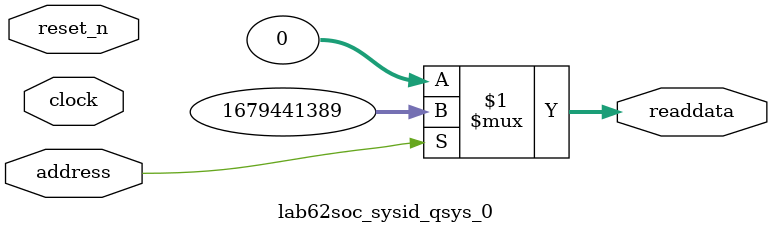
<source format=v>



// synthesis translate_off
`timescale 1ns / 1ps
// synthesis translate_on

// turn off superfluous verilog processor warnings 
// altera message_level Level1 
// altera message_off 10034 10035 10036 10037 10230 10240 10030 

module lab62soc_sysid_qsys_0 (
               // inputs:
                address,
                clock,
                reset_n,

               // outputs:
                readdata
             )
;

  output  [ 31: 0] readdata;
  input            address;
  input            clock;
  input            reset_n;

  wire    [ 31: 0] readdata;
  //control_slave, which is an e_avalon_slave
  assign readdata = address ? 1679441389 : 0;

endmodule



</source>
